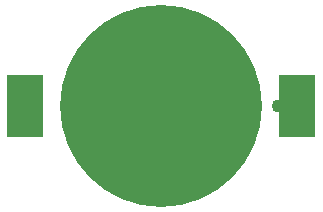
<source format=gbs>
G04 Layer: BottomSolderMaskLayer*
G04 EasyEDA v6.5.34, 2023-09-24 11:42:33*
G04 85920c42d4f548bdae791b01a5babccf,ed70181f279245e6aff80281ee7dc86a,10*
G04 Gerber Generator version 0.2*
G04 Scale: 100 percent, Rotated: No, Reflected: No *
G04 Dimensions in millimeters *
G04 leading zeros omitted , absolute positions ,4 integer and 5 decimal *
%FSLAX45Y45*%
%MOMM*%

%AMMACRO1*1,1,$1,$2,$3*1,1,$1,$4,$5*1,1,$1,0-$2,0-$3*1,1,$1,0-$4,0-$5*20,1,$1,$2,$3,$4,$5,0*20,1,$1,$4,$5,0-$2,0-$3,0*20,1,$1,0-$2,0-$3,0-$4,0-$5,0*20,1,$1,0-$4,0-$5,$2,$3,0*4,1,4,$2,$3,$4,$5,0-$2,0-$3,0-$4,0-$5,$2,$3,0*%
%ADD10C,17.1000*%
%ADD11MACRO1,0.1X-1.45X2.6X-1.45X-2.6*%
%ADD12C,1.1016*%

%LPD*%
D10*
G01*
X5003800Y5003800D03*
D11*
G01*
X3852798Y5003800D03*
G01*
X6154801Y5003800D03*
D12*
G01*
X5689600Y5003800D03*
G01*
X5994400Y5003800D03*
G01*
X4254500Y4826000D03*
G01*
X5016500Y4991100D03*
G01*
X4318000Y5384800D03*
M02*

</source>
